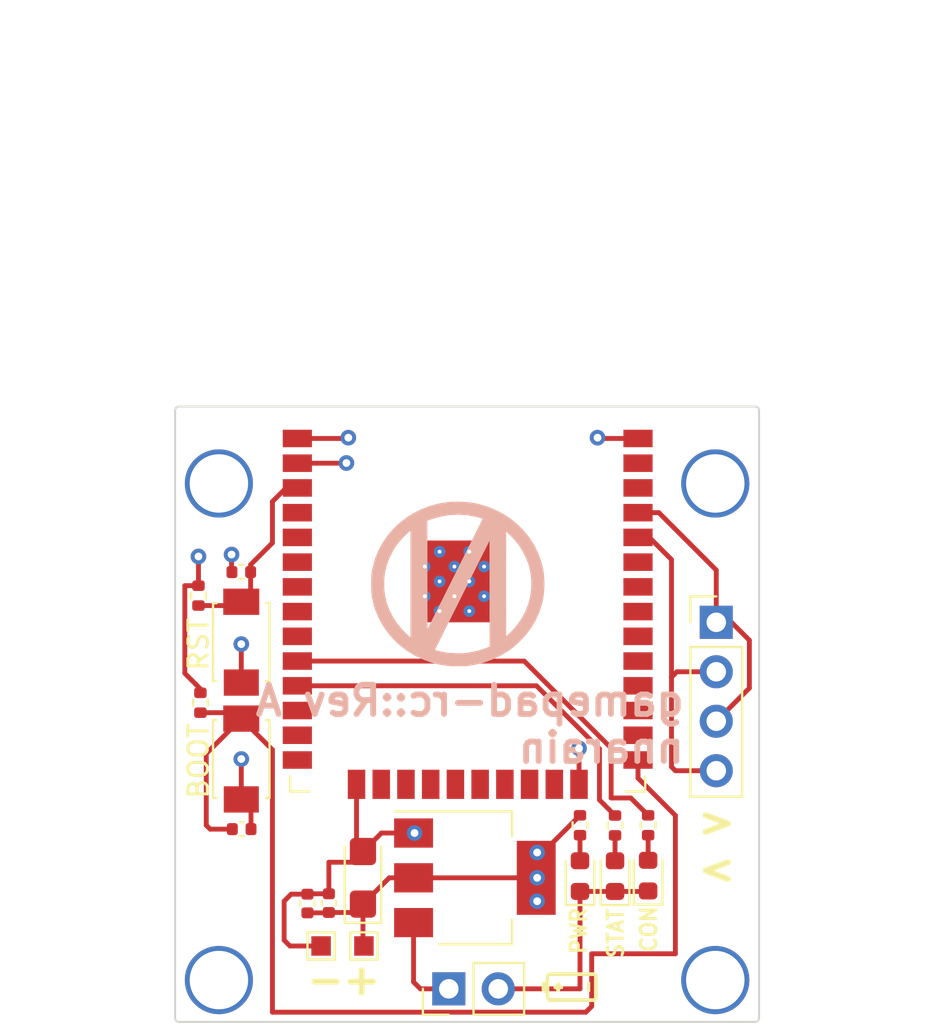
<source format=kicad_pcb>
(kicad_pcb (version 20240108) (generator "pcbnew") (generator_version "8.0")
  (layers (0 "F.Cu" signal) (1 "In1.Cu" power "PWR") (2 "In2.Cu" power "GND") (31 "B.Cu" signal) (34 "B.Paste" user) (35 "F.Paste" user) (36 "B.SilkS" user "B.Silkscreen") (37 "F.SilkS" user "F.Silkscreen") (38 "B.Mask" user) (39 "F.Mask" user) (44 "Edge.Cuts" user))
  (net 0 "")
  (net 1 "/enable")
  (net 2 "GND")
  (net 3 "/boot")
  (net 4 "+3V3")
  (net 5 "Net-(D1-A)")
  (net 6 "Net-(D2-A)")
  (net 7 "Net-(D3-A)")
  (net 8 "/uart_tx")
  (net 9 "/uart_rx")
  (net 10 "Net-(U2-IO26)")
  (net 11 "Net-(U2-IO25)")
  (net 12 "VCC")
  (footprint "Resistor_SMD:R_0402_1005Metric" (layer "F.Cu") (at 187.4 93.3 -90)
    (property "Reference" "R2" (hide yes))
    (property "Value" "1k" (hide yes))
    (fp_line (start -0.153641 0.38) (end 0.153641 0.38) (stroke (width 0.12)) (layer "F.SilkS"))
    (fp_line (start -0.153641 -0.38) (end 0.153641 -0.38) (stroke (width 0.12)) (layer "F.SilkS"))
    (pad "1" smd roundrect (at -0.51 0 270) (size 0.54 0.64) (layers "F.Cu" "F.Paste" "F.Mask") (net 4 "+3V3"))
    (pad "2" smd roundrect (at 0.51 0 270) (size 0.54 0.64) (layers "F.Cu" "F.Paste" "F.Mask") (net 5 "Net-(D1-A)"))
  )
  (footprint "Capacitor_Tantalum_SMD:CP_EIA-3216-18_Kemet-A" (layer "F.Cu") (at 176.25 96 90)
    (property "Reference" "C2" (hide yes))
    (property "Value" "22uF" (hide yes))
    (fp_line (start 1.6 -0.935) (end -2.31 -0.935) (stroke (width 0.12)) (layer "F.SilkS"))
    (fp_line (start -2.31 -0.935) (end -2.31 0.935) (stroke (width 0.12)) (layer "F.SilkS"))
    (fp_line (start -2.31 0.935) (end 1.6 0.935) (stroke (width 0.12)) (layer "F.SilkS"))
    (pad "1" smd roundrect (at -1.35 0 90) (size 1.4 1.35) (layers "F.Cu" "F.Paste" "F.Mask") (roundrect_rratio 0.185185) (net 4 "+3V3"))
    (pad "2" smd roundrect (at 1.35 0 90) (size 1.4 1.35) (layers "F.Cu" "F.Paste" "F.Mask") (roundrect_rratio 0.185185) (net 2 "GND"))
  )
  (footprint "symbols:logo-bsilk" (layer "F.Cu") (at 180.4 80.9)
    (property "Reference" "G***" (hide yes))
    (property "Value" "LOGO" (hide yes))
    (fp_poly (pts (xy 0.365713 -4.204825) (xy 0.223298 -4.19272) (xy -0.263599 -4.113048) (xy -0.728401 -3.98777) (xy -1.172125 -3.816516) (xy -1.595789 -3.598917) (xy -1.846674 -3.442018) (xy -2.227537 -3.157795) (xy -2.568833 -2.842611) (xy -2.869506 -2.498017) (xy -3.128504 -2.125566) (xy -3.344773 -1.72681) (xy -3.517261 -1.303299) (xy -3.644914 -0.856587) (xy -3.665509 -0.762) (xy -3.688166 -0.644534) (xy -3.704481 -0.537144) (xy -3.715428 -0.427318) (xy -3.72198 -0.302541) (xy -3.725113 -0.150299) (xy -3.725814 0.0127) (xy -3.720224 0.298785) (xy -3.701871 0.550181) (xy -3.668386 0.781925) (xy -3.617396 1.009054) (xy -3.546531 1.246605) (xy -3.517916 1.331185) (xy -3.346383 1.749807) (xy -3.132002 2.143974) (xy -2.877609 2.511448) (xy -2.586042 2.849987) (xy -2.260138 3.157351) (xy -1.902735 3.431299) (xy -1.516671 3.669591) (xy -1.104782 3.869987) (xy -0.669906 4.030246) (xy -0.21488 4.148127) (xy 0.121826 4.205264) (xy 0.25148 4.218189) (xy 0.414444 4.227975) (xy 0.596033 4.234364) (xy 0.781564 4.237098) (xy 0.956352 4.235918) (xy 1.105712 4.230565) (xy 1.188626 4.224052) (xy 1.61668 4.156198) (xy 2.044816 4.04702) (xy 2.462224 3.900347) (xy 2.858089 3.720008) (xy 3.2216 3.509832) (xy 3.240412 3.4975) (xy 3.389429 3.397609) (xy 3.508813 3.312819) (xy 3.612421 3.231983) (xy 3.617478 3.227605) (xy 2.357026 3.227605) (xy 2.244522 3.27583) (xy 2.028211 3.35691) (xy 1.77827 3.431134) (xy 1.511805 3.494187) (xy 1.245922 3.541756) (xy 1.128887 3.557208) (xy 0.990777 3.567025) (xy 0.818079 3.570152) (xy 0.626486 3.567129) (xy 0.431691 3.558497) (xy 0.24939 3.544798) (xy 0.095275 3.526572) (xy 0.056606 3.520253) (xy -0.054484 3.498989) (xy -0.170166 3.474373) (xy -0.278985 3.449149) (xy -0.369489 3.426062) (xy -0.430224 3.407856) (xy -0.449386 3.399017) (xy -0.439179 3.375734) (xy -0.407554 3.30979) (xy -0.355876 3.203927) (xy -0.285507 3.060892) (xy -0.197809 2.883427) (xy -0.130022 2.746659) (xy -1.706974 2.746659) (xy -1.778579 2.695671) (xy -1.822669 2.658518) (xy -1.892579 2.592984) (xy -1.979357 2.507722) (xy -2.074049 2.411383) (xy -2.092221 2.392516) (xy -2.369505 2.068596) (xy -2.602844 1.721134) (xy -2.791002 1.352518) (xy -2.932746 0.965132) (xy -3.020343 0.598383) (xy -3.044605 0.413435) (xy -3.058305 0.196562) (xy -3.061442 -0.034471) (xy -3.054018 -0.261899) (xy -3.036031 -0.467956) (xy -3.020343 -0.572984) (xy -2.922581 -0.971412) (xy -2.775516 -1.35908) (xy -2.578874 -1.736656) (xy -2.475079 -1.902025) (xy -2.404157 -2.000212) (xy -2.310256 -2.117386) (xy -2.201947 -2.244091) (xy -2.087807 -2.37087) (xy -1.976406 -2.488267) (xy -1.87632 -2.586825) (xy -1.796122 -2.657086) (xy -1.778579 -2.670272) (xy -1.706974 -2.72126) (xy -1.706974 2.746659) (xy -0.130022 2.746659) (xy -0.094147 2.674278) (xy 0.024118 2.436187) (xy 0.155622 2.1719) (xy 0.299001 1.884161) (xy 0.452894 1.575714) (xy 0.615937 1.249303) (xy 0.786767 0.907673) (xy 0.948679 0.5842) (xy 2.354225 -2.2225) (xy 2.355626 0.502552) (xy 2.357026 3.227605) (xy 3.617478 3.227605) (xy 3.714114 3.143952) (xy 3.827751 3.037578) (xy 3.903629 2.964027) (xy 4.225035 2.617465) (xy 4.499905 2.250778) (xy 4.728695 1.863135) (xy 4.911863 1.453708) (xy 5.049864 1.021667) (xy 5.1054 0.780485) (xy 5.139232 0.557279) (xy 5.159823 0.301082) (xy 5.167174 0.027946) (xy 5.164049 -0.117505) (xy 4.504423 -0.117505) (xy 4.495325 0.285302) (xy 4.438636 0.681967) (xy 4.335351 1.068878) (xy 4.186469 1.442424) (xy 3.992985 1.798994) (xy 3.755898 2.134975) (xy 3.476205 2.446757) (xy 3.432736 2.4892) (xy 3.207926 2.7051) (xy 3.201353 1.350605) (xy 3.200099 1.029783) (xy 3.199231 0.672561) (xy 3.198749 0.292361) (xy 3.198654 -0.097392) (xy 3.198944 -0.483276) (xy 3.19962 -0.851867) (xy 3.200683 -1.189741) (xy 3.201353 -1.341795) (xy 3.207926 -2.6797) (xy 3.432736 -2.4638) (xy 3.542646 -2.352729) (xy 3.658789 -2.226317) (xy 3.764581 -2.103013) (xy 3.820902 -2.032) (xy 3.928473 -1.874882) (xy 4.040455 -1.68538) (xy 4.149365 -1.478393) (xy 4.247721 -1.268818) (xy 4.328039 -1.071553) (xy 4.375856 -0.9271) (xy 4.464932 -0.522843) (xy 4.504423 -0.117505) (xy 5.164049 -0.117505) (xy 5.161285 -0.246076) (xy 5.142155 -0.504931) (xy 5.109785 -0.732566) (xy 5.1054 -0.755086) (xy 4.99191 -1.194251) (xy 4.83325 -1.613525) (xy 4.631948 -2.010491) (xy 4.390532 -2.382738) (xy 4.111529 -2.727851) (xy 3.797469 -3.043417) (xy 3.450879 -3.327022) (xy 3.435277 -3.337348) (xy 2.001426 -3.337348) (xy 1.990334 -3.313605) (xy 1.958165 -3.247846) (xy 1.90658 -3.143394) (xy 1.837241 -3.003571) (xy 1.751811 -2.831698) (xy 1.651951 -2.631098) (xy 1.539322 -2.405092) (xy 1.415587 -2.157003) (xy 1.282408 -1.890152) (xy 1.141445 -1.607862) (xy 0.994361 -1.313454) (xy 0.842818 -1.010251) (xy 0.688477 -0.701574) (xy 0.533 -0.390745) (xy 0.378049 -0.081087) (xy 0.225285 0.224079) (xy 0.076371 0.521431) (xy -0.067032 0.807646) (xy -0.203262 1.079403) (xy -0.330657 1.33338) (xy -0.447556 1.566255) (xy -0.552297 1.774705) (xy -0.643218 1.95541) (xy -0.718657 2.105046) (xy -0.776953 2.220292) (xy -0.816443 2.297826) (xy -0.835466 2.334326) (xy -0.83697 2.3368) (xy -0.837824 2.31194) (xy -0.838644 2.239525) (xy -0.839423 2.122798) (xy -0.840154 1.965003) (xy -0.840829 1.769385) (xy -0.841441 1.539188) (xy -0.841983 1.277655) (xy -0.842446 0.988031) (xy -0.842824 0.673559) (xy -0.84311 0.337485) (xy -0.843294 -0.016948) (xy -0.843372 -0.386496) (xy -0.843374 -0.454116) (xy -0.843374 -3.245031) (xy -0.570324 -3.335189) (xy -0.126326 -3.457138) (xy 0.315253 -3.52855) (xy 0.756545 -3.549486) (xy 1.199678 -3.520006) (xy 1.646781 -3.440169) (xy 1.798862 -3.401893) (xy 1.891709 -3.375733) (xy 1.962159 -3.353777) (xy 1.998741 -3.339678) (xy 2.001426 -3.337348) (xy 3.435277 -3.337348) (xy 3.074287 -3.576253) (xy 2.670221 -3.788695) (xy 2.241209 -3.961936) (xy 1.789779 -4.093562) (xy 1.556926 -4.142926) (xy 1.346596 -4.173986) (xy 1.105209 -4.196344) (xy 0.849865 -4.209363) (xy 0.597666 -4.212403) (xy 0.365713 -4.204825)) (stroke (width 0.01)) (fill solid) (layer "B.SilkS"))
  )
  (footprint "Capacitor_SMD:C_0402_1005Metric" (layer "F.Cu") (at 174.5 97.3 90)
    (property "Reference" "C4" (hide yes))
    (property "Value" "10uF" (hide yes))
    (fp_line (start -0.107836 -0.36) (end 0.107836 -0.36) (stroke (width 0.12)) (layer "F.SilkS"))
    (fp_line (start -0.107836 0.36) (end 0.107836 0.36) (stroke (width 0.12)) (layer "F.SilkS"))
    (pad "1" smd roundrect (at -0.48 0 90) (size 0.56 0.62) (layers "F.Cu" "F.Paste" "F.Mask") (net 4 "+3V3"))
    (pad "2" smd roundrect (at 0.48 0 90) (size 0.56 0.62) (layers "F.Cu" "F.Paste" "F.Mask") (net 2 "GND"))
  )
  (footprint "tactile_switches:TS-1088-AR02016" (layer "F.Cu") (at 170 89.9 90)
    (property "Reference" "SW2" (hide yes))
    (property "Value" "BOOT" (at -0.1 -2.2 90) (layer "F.SilkS"))
    (fp_line (start 2 -1.45) (end -2 -1.45) (stroke (width 0.12)) (layer "F.SilkS"))
    (fp_line (start 2 -1.45) (end 2 -1.27) (stroke (width 0.12)) (layer "F.SilkS"))
    (fp_line (start -2 -1.45) (end -2 -1.27) (stroke (width 0.12)) (layer "F.SilkS"))
    (fp_line (start 2 1.45) (end 2 1.27) (stroke (width 0.12)) (layer "F.SilkS"))
    (fp_line (start -2 1.45) (end -2 1.27) (stroke (width 0.12)) (layer "F.SilkS"))
    (fp_line (start -2 1.45) (end 2 1.45) (stroke (width 0.12)) (layer "F.SilkS"))
    (pad "1" smd rect (at -2.075 0 90) (size 1.35 1.8) (layers "F.Cu" "F.Paste" "F.Mask") (net 2 "GND"))
    (pad "2" smd rect (at 2.075 0 90) (size 1.35 1.85) (layers "F.Cu" "F.Paste" "F.Mask") (net 3 "/boot"))
  )
  (footprint "Connector_PinHeader_2.54mm:PinHeader_1x04_P2.54mm_Vertical" (layer "F.Cu") (at 194.4 82.88)
    (property "Reference" "J1" (hide yes))
    (property "Value" "UART" (hide yes))
    (fp_line (start -1.33 -1.33) (end 0 -1.33) (stroke (width 0.12)) (layer "F.SilkS"))
    (fp_line (start -1.33 0) (end -1.33 -1.33) (stroke (width 0.12)) (layer "F.SilkS"))
    (fp_line (start -1.33 1.27) (end -1.33 8.95) (stroke (width 0.12)) (layer "F.SilkS"))
    (fp_line (start -1.33 1.27) (end 1.33 1.27) (stroke (width 0.12)) (layer "F.SilkS"))
    (fp_line (start -1.33 8.95) (end 1.33 8.95) (stroke (width 0.12)) (layer "F.SilkS"))
    (fp_line (start 1.33 1.27) (end 1.33 8.95) (stroke (width 0.12)) (layer "F.SilkS"))
    (pad "1" thru_hole rect (at 0 0) (size 1.7 1.7) (drill 1) (layers "*.Cu" "*.Mask") (net 8 "/uart_tx"))
    (pad "2" thru_hole oval (at 0 2.54) (size 1.7 1.7) (drill 1) (layers "*.Cu" "*.Mask") (net 9 "/uart_rx"))
    (pad "3" thru_hole oval (at 0 5.08) (size 1.7 1.7) (drill 1) (layers "*.Cu" "*.Mask") (net 8 "/uart_tx"))
    (pad "4" thru_hole oval (at 0 7.62) (size 1.7 1.7) (drill 1) (layers "*.Cu" "*.Mask") (net 9 "/uart_rx"))
  )
  (footprint "Capacitor_SMD:C_0402_1005Metric" (layer "F.Cu") (at 170.02 93.5)
    (property "Reference" "C3" (hide yes))
    (property "Value" "100nF" (hide yes))
    (fp_line (start -0.107836 -0.36) (end 0.107836 -0.36) (stroke (width 0.12)) (layer "F.SilkS"))
    (fp_line (start -0.107836 0.36) (end 0.107836 0.36) (stroke (width 0.12)) (layer "F.SilkS"))
    (pad "1" smd roundrect (at -0.48 0) (size 0.56 0.62) (layers "F.Cu" "F.Paste" "F.Mask") (net 3 "/boot"))
    (pad "2" smd roundrect (at 0.48 0) (size 0.56 0.62) (layers "F.Cu" "F.Paste" "F.Mask") (net 2 "GND"))
  )
  (footprint "Capacitor_SMD:C_0402_1005Metric" (layer "F.Cu") (at 173.4 97.32 90)
    (property "Reference" "C5" (hide yes))
    (property "Value" "100nF" (hide yes))
    (fp_line (start -0.107836 -0.36) (end 0.107836 -0.36) (stroke (width 0.12)) (layer "F.SilkS"))
    (fp_line (start -0.107836 0.36) (end 0.107836 0.36) (stroke (width 0.12)) (layer "F.SilkS"))
    (pad "1" smd roundrect (at -0.48 0 90) (size 0.56 0.62) (layers "F.Cu" "F.Paste" "F.Mask") (net 4 "+3V3"))
    (pad "2" smd roundrect (at 0.48 0 90) (size 0.56 0.62) (layers "F.Cu" "F.Paste" "F.Mask") (net 2 "GND"))
  )
  (footprint "LED_SMD:LED_0603_1608Metric" (layer "F.Cu") (at 187.4 95.9125 90)
    (property "Reference" "D1" (hide yes))
    (property "Value" "PWR" (hide yes))
    (fp_line (start 0.8 -0.735) (end -1.485 -0.735) (stroke (width 0.12)) (layer "F.SilkS"))
    (fp_line (start -1.485 -0.735) (end -1.485 0.735) (stroke (width 0.12)) (layer "F.SilkS"))
    (fp_line (start -1.485 0.735) (end 0.8 0.735) (stroke (width 0.12)) (layer "F.SilkS"))
    (pad "1" smd roundrect (at -0.7875 0 90) (size 0.875 0.95) (layers "F.Cu" "F.Paste" "F.Mask") (net 2 "GND"))
    (pad "2" smd roundrect (at 0.7875 0 90) (size 0.875 0.95) (layers "F.Cu" "F.Paste" "F.Mask") (net 5 "Net-(D1-A)"))
  )
  (footprint "RF_Module:ESP32-WROOM-32" (layer "F.Cu") (at 181.63 81.69)
    (property "Reference" "U2" (hide yes))
    (property "Value" "ESP32-WROOM-32")
    (fp_line (start -9.12 9.1) (end -9.12 9.88) (stroke (width 0.12)) (layer "F.SilkS"))
    (fp_line (start -9.12 9.88) (end -8.12 9.88) (stroke (width 0.12)) (layer "F.SilkS"))
    (fp_line (start 9.12 9.1) (end 9.12 9.88) (stroke (width 0.12)) (layer "F.SilkS"))
    (fp_line (start 9.12 9.88) (end 8.12 9.88) (stroke (width 0.12)) (layer "F.SilkS"))
    (pad "1" smd rect (at -8.75 -8.25) (size 1.5 0.9) (layers "F.Cu" "F.Paste" "F.Mask") (net 2 "GND"))
    (pad "2" smd rect (at -8.75 -6.98) (size 1.5 0.9) (layers "F.Cu" "F.Paste" "F.Mask") (net 4 "+3V3"))
    (pad "3" smd rect (at -8.75 -5.71) (size 1.5 0.9) (layers "F.Cu" "F.Paste" "F.Mask") (net 1 "/enable"))
    (pad "4" smd rect (at -8.75 -4.44) (size 1.5 0.9) (layers "F.Cu" "F.Paste" "F.Mask"))
    (pad "5" smd rect (at -8.75 -3.17) (size 1.5 0.9) (layers "F.Cu" "F.Paste" "F.Mask"))
    (pad "6" smd rect (at -8.75 -1.9) (size 1.5 0.9) (layers "F.Cu" "F.Paste" "F.Mask"))
    (pad "7" smd rect (at -8.75 -0.63) (size 1.5 0.9) (layers "F.Cu" "F.Paste" "F.Mask"))
    (pad "8" smd rect (at -8.75 0.64) (size 1.5 0.9) (layers "F.Cu" "F.Paste" "F.Mask"))
    (pad "9" smd rect (at -8.75 1.91) (size 1.5 0.9) (layers "F.Cu" "F.Paste" "F.Mask"))
    (pad "10" smd rect (at -8.75 3.18) (size 1.5 0.9) (layers "F.Cu" "F.Paste" "F.Mask") (net 11 "Net-(U2-IO25)"))
    (pad "11" smd rect (at -8.75 4.45) (size 1.5 0.9) (layers "F.Cu" "F.Paste" "F.Mask") (net 10 "Net-(U2-IO26)"))
    (pad "12" smd rect (at -8.75 5.72) (size 1.5 0.9) (layers "F.Cu" "F.Paste" "F.Mask"))
    (pad "13" smd rect (at -8.75 6.99) (size 1.5 0.9) (layers "F.Cu" "F.Paste" "F.Mask"))
    (pad "14" smd rect (at -8.75 8.26) (size 1.5 0.9) (layers "F.Cu" "F.Paste" "F.Mask"))
    (pad "15" smd rect (at -5.71 9.51 90) (size 1.5 0.9) (layers "F.Cu" "F.Paste" "F.Mask") (net 2 "GND"))
    (pad "16" smd rect (at -4.44 9.51 90) (size 1.5 0.9) (layers "F.Cu" "F.Paste" "F.Mask"))
    (pad "17" smd rect (at -3.17 9.51 90) (size 1.5 0.9) (layers "F.Cu" "F.Paste" "F.Mask"))
    (pad "18" smd rect (at -1.9 9.51 90) (size 1.5 0.9) (layers "F.Cu" "F.Paste" "F.Mask"))
    (pad "19" smd rect (at -0.63 9.51 90) (size 1.5 0.9) (layers "F.Cu" "F.Paste" "F.Mask"))
    (pad "20" smd rect (at 0.64 9.51 90) (size 1.5 0.9) (layers "F.Cu" "F.Paste" "F.Mask"))
    (pad "21" smd rect (at 1.91 9.51 90) (size 1.5 0.9) (layers "F.Cu" "F.Paste" "F.Mask"))
    (pad "22" smd rect (at 3.18 9.51 90) (size 1.5 0.9) (layers "F.Cu" "F.Paste" "F.Mask"))
    (pad "23" smd rect (at 4.45 9.51 90) (size 1.5 0.9) (layers "F.Cu" "F.Paste" "F.Mask"))
    (pad "24" smd rect (at 5.72 9.51 90) (size 1.5 0.9) (layers "F.Cu" "F.Paste" "F.Mask") (net 2 "GND"))
    (pad "25" smd rect (at 8.75 8.26) (size 1.5 0.9) (layers "F.Cu" "F.Paste" "F.Mask") (net 3 "/boot"))
    (pad "26" smd rect (at 8.75 6.99) (size 1.5 0.9) (layers "F.Cu" "F.Paste" "F.Mask"))
    (pad "27" smd rect (at 8.75 5.72) (size 1.5 0.9) (layers "F.Cu" "F.Paste" "F.Mask"))
    (pad "28" smd rect (at 8.75 4.45) (size 1.5 0.9) (layers "F.Cu" "F.Paste" "F.Mask"))
    (pad "29" smd rect (at 8.75 3.18) (size 1.5 0.9) (layers "F.Cu" "F.Paste" "F.Mask"))
    (pad "30" smd rect (at 8.75 1.91) (size 1.5 0.9) (layers "F.Cu" "F.Paste" "F.Mask"))
    (pad "31" smd rect (at 8.75 0.64) (size 1.5 0.9) (layers "F.Cu" "F.Paste" "F.Mask"))
    (pad "32" smd rect (at 8.75 -0.63) (size 1.5 0.9) (layers "F.Cu" "F.Paste" "F.Mask"))
    (pad "33" smd rect (at 8.75 -1.9) (size 1.5 0.9) (layers "F.Cu" "F.Paste" "F.Mask"))
    (pad "34" smd rect (at 8.75 -3.17) (size 1.5 0.9) (layers "F.Cu" "F.Paste" "F.Mask") (net 9 "/uart_rx"))
    (pad "35" smd rect (at 8.75 -4.44) (size 1.5 0.9) (layers "F.Cu" "F.Paste" "F.Mask") (net 8 "/uart_tx"))
    (pad "36" smd rect (at 8.75 -5.71) (size 1.5 0.9) (layers "F.Cu" "F.Paste" "F.Mask"))
    (pad "37" smd rect (at 8.75 -6.98) (size 1.5 0.9) (layers "F.Cu" "F.Paste" "F.Mask"))
    (pad "38" smd rect (at 8.75 -8.25) (size 1.5 0.9) (layers "F.Cu" "F.Paste" "F.Mask") (net 2 "GND"))
    (pad "39" smd rect (at -2.205 -2.435) (size 1.05 1.05) (layers "F.Cu" "F.Paste") (net 2 "GND"))
    (pad "39" thru_hole circle (at -2.205 -1.6725) (size 0.6 0.6) (drill 0.2) (property pad_prop_heatsink) (layers "*.Cu" "F.Mask") (net 2 "GND"))
    (pad "39" smd rect (at -2.205 -0.91) (size 1.05 1.05) (layers "F.Cu" "F.Paste") (net 2 "GND"))
    (pad "39" thru_hole circle (at -2.205 -0.1475) (size 0.6 0.6) (drill 0.2) (property pad_prop_heatsink) (layers "*.Cu" "F.Mask") (net 2 "GND"))
    (pad "39" smd rect (at -2.205 0.615) (size 1.05 1.05) (layers "F.Cu" "F.Paste") (net 2 "GND"))
    (pad "39" thru_hole circle (at -1.4425 -2.435) (size 0.6 0.6) (drill 0.2) (property pad_prop_heatsink) (layers "*.Cu" "F.Mask") (net 2 "GND"))
    (pad "39" thru_hole circle (at -1.4425 -0.91) (size 0.6 0.6) (drill 0.2) (property pad_prop_heatsink) (layers "*.Cu" "F.Mask") (net 2 "GND"))
    (pad "39" thru_hole circle (at -1.4425 0.615) (size 0.6 0.6) (drill 0.2) (property pad_prop_heatsink) (layers "*.Cu" "F.Mask") (net 2 "GND"))
    (pad "39" smd rect (at -0.68 -2.435) (size 1.05 1.05) (layers "F.Cu" "F.Paste") (net 2 "GND"))
    (pad "39" thru_hole circle (at -0.68 -1.6725) (size 0.6 0.6) (drill 0.2) (property pad_prop_heatsink) (layers "*.Cu" "F.Mask") (net 2 "GND"))
    (pad "39" smd rect (at -0.68 -0.91) (size 1.05 1.05) (layers "F.Cu" "F.Paste") (net 2 "GND"))
    (pad "39" smd rect (at -0.68 -0.91) (size 4.2 4.2) (layers "F.Cu" "F.Mask") (net 2 "GND"))
    (pad "39" thru_hole circle (at -0.68 -0.1475) (size 0.6 0.6) (drill 0.2) (property pad_prop_heatsink) (layers "*.Cu" "F.Mask") (net 2 "GND"))
    (pad "39" smd rect (at -0.68 0.615) (size 1.05 1.05) (layers "F.Cu" "F.Paste") (net 2 "GND"))
    (pad "39" thru_hole circle (at 0.0825 -2.435) (size 0.6 0.6) (drill 0.2) (property pad_prop_heatsink) (layers "*.Cu" "F.Mask") (net 2 "GND"))
    (pad "39" thru_hole circle (at 0.0825 -0.91) (size 0.6 0.6) (drill 0.2) (property pad_prop_heatsink) (layers "*.Cu" "F.Mask") (net 2 "GND"))
    (pad "39" thru_hole circle (at 0.0825 0.615) (size 0.6 0.6) (drill 0.2) (property pad_prop_heatsink) (layers "*.Cu" "F.Mask") (net 2 "GND"))
    (pad "39" smd rect (at 0.845 -2.435) (size 1.05 1.05) (layers "F.Cu" "F.Paste") (net 2 "GND"))
    (pad "39" thru_hole circle (at 0.845 -1.6725) (size 0.6 0.6) (drill 0.2) (property pad_prop_heatsink) (layers "*.Cu" "F.Mask") (net 2 "GND"))
    (pad "39" smd rect (at 0.845 -0.91) (size 1.05 1.05) (layers "F.Cu" "F.Paste") (net 2 "GND"))
    (pad "39" thru_hole circle (at 0.845 -0.1475) (size 0.6 0.6) (drill 0.2) (property pad_prop_heatsink) (layers "*.Cu" "F.Mask") (net 2 "GND"))
    (pad "39" smd rect (at 0.845 0.615) (size 1.05 1.05) (layers "F.Cu" "F.Paste") (net 2 "GND"))
  )
  (footprint "TestPoint:TestPoint_Pad_1.0x1.0mm" (layer "F.Cu") (at 176.3 99.5)
    (property "Reference" "TP1" (hide yes))
    (property "Value" "TestPoint" (hide yes))
    (fp_line (start -0.7 -0.7) (end 0.7 -0.7) (stroke (width 0.12)) (layer "F.SilkS"))
    (fp_line (start -0.7 0.7) (end -0.7 -0.7) (stroke (width 0.12)) (layer "F.SilkS"))
    (fp_line (start 0.7 -0.7) (end 0.7 0.7) (stroke (width 0.12)) (layer "F.SilkS"))
    (fp_line (start 0.7 0.7) (end -0.7 0.7) (stroke (width 0.12)) (layer "F.SilkS"))
    (pad "1" smd rect (at 0 0) (size 1 1) (layers "F.Cu" "F.Mask") (net 4 "+3V3"))
  )
  (footprint "symbols:battery2_3" (layer "F.Cu") (at 186.9 101.6 90)
    (property "Reference" "G***" (hide yes))
    (property "Value" "LOGO" (hide yes))
    (fp_poly (pts (xy 0.25011 1.028228) (xy -0.250109 1.028228) (xy -0.250109 0.861488) (xy 0.25011 0.861488)) (fill solid) (layer "F.SilkS"))
    (fp_poly (pts (xy 0.051979 -0.856199) (xy 0.078927 -0.832808) (xy 0.08337 -0.793859) (xy 0.096149 -0.741556) (xy 0.14478 -0.719526) (xy 0.159792 -0.717436) (xy 0.214767 -0.701862) (xy 0.234557 -0.660307) (xy 0.236215 -0.625273) (xy 0.227649 -0.564211) (xy 0.191698 -0.538484) (xy 0.161476 -0.533273) (xy 0.102438 -0.512472) (xy 0.079107 -0.457634) (xy 0.078106 -0.449903) (xy 0.056723 -0.390269) (xy 0.001779 -0.367286) (xy -0.00104 -0.366941) (xy -0.061743 -0.367682) (xy -0.091357 -0.37852) (xy -0.10701 -0.419414) (xy -0.11116 -0.463165) (xy -0.123848 -0.51287) (xy -0.171947 -0.527873) (xy -0.180634 -0.528008) (xy -0.227617 -0.535275) (xy -0.246851 -0.567977) (xy -0.250109 -0.625273) (xy -0.244919 -0.691049) (xy -0.22156 -0.717977) (xy -0.180634 -0.722538) (xy -0.12775 -0.734016) (xy -0.111453 -0.77921) (xy -0.11116 -0.792013) (xy -0.103893 -0.838996) (xy -0.071191 -0.85823) (xy -0.013895 -0.861488)) (fill solid) (layer "F.SilkS"))
    (fp_poly (pts (xy 0.117715 -1.468875) (xy 0.203383 -1.453404) (xy 0.252396 -1.421203) (xy 0.27404 -1.367025) (xy 0.277899 -1.307954) (xy 0.283146 -1.276799) (xy 0.307161 -1.259507) (xy 0.362356 -1.252086) (xy 0.456517 -1.250547) (xy 0.557169 -1.248069) (xy 0.619727 -1.23704) (xy 0.661587 -1.212067) (xy 0.692731 -1.177324) (xy 0.706672 -1.158094) (xy 0.718161 -1.135696) (xy 0.727435 -1.104924) (xy 0.734731 -1.060569) (xy 0.740286 -0.997427) (xy 0.744338 -0.910291) (xy 0.747122 -0.793953) (xy 0.748877 -0.643207) (xy 0.749838 -0.452847) (xy 0.750243 -0.217666) (xy 0.750328 0.067542) (xy 0.750328 1.280864) (xy 0.613905 1.417287) (xy -0.641695 1.417287) (xy -0.709906 1.349075) (xy -0.778118 1.280864) (xy -0.778118 1.222757) (xy -0.584205 1.222757) (xy 0.555799 1.222757) (xy 0.555799 -1.084958) (xy -0.006947 -1.077435) (xy -0.569694 -1.069912) (xy -0.576949 0.076423) (xy -0.584205 1.222757) (xy -0.778118 1.222757) (xy -0.778118 -1.114123) (xy -0.709906 -1.182335) (xy -0.660643 -1.222168) (xy -0.602336 -1.24288) (xy -0.515366 -1.250137) (xy -0.473692 -1.250547) (xy -0.380305 -1.252454) (xy -0.329695 -1.261081) (xy -0.30911 -1.280785) (xy -0.305689 -1.307954) (xy -0.298628 -1.382335) (xy -0.271253 -1.430752) (xy -0.214278 -1.458452) (xy -0.118415 -1.470685) (xy -0.013895 -1.472866)) (fill solid) (layer "F.SilkS"))
  )
  (footprint "TestPoint:TestPoint_Pad_1.0x1.0mm" (layer "F.Cu") (at 174.1 99.5)
    (property "Reference" "TP2" (hide yes))
    (property "Value" "TestPoint" (hide yes))
    (fp_line (start -0.7 -0.7) (end 0.7 -0.7) (stroke (width 0.12)) (layer "F.SilkS"))
    (fp_line (start -0.7 0.7) (end -0.7 -0.7) (stroke (width 0.12)) (layer "F.SilkS"))
    (fp_line (start 0.7 -0.7) (end 0.7 0.7) (stroke (width 0.12)) (layer "F.SilkS"))
    (fp_line (start 0.7 0.7) (end -0.7 0.7) (stroke (width 0.12)) (layer "F.SilkS"))
    (pad "1" smd rect (at 0 0) (size 1 1) (layers "F.Cu" "F.Mask") (net 2 "GND"))
  )
  (footprint "drone:mounting_holes_25.5mm" (layer "F.Cu") (at 181.6 88.5)
    (property "Reference" "REF**" (hide yes))
    (property "Value" "mounting_holes_25.5mm" (hide yes))
    (pad "" np_thru_hole circle (at -12.75 -12.75) (size 3.5 3.5) (drill 3) (layers "*.Cu" "*.Mask"))
    (pad "" np_thru_hole circle (at -12.75 12.75) (size 3.5 3.5) (drill 3) (layers "*.Cu" "*.Mask"))
    (pad "" np_thru_hole circle (at 12.75 -12.75) (size 3.5 3.5) (drill 3) (layers "*.Cu" "*.Mask"))
    (pad "" np_thru_hole circle (at 12.75 12.75) (size 3.5 3.5) (drill 3) (layers "*.Cu" "*.Mask"))
  )
  (footprint "LED_SMD:LED_0603_1608Metric" (layer "F.Cu") (at 190.9 95.8875 90)
    (property "Reference" "D3" (hide yes))
    (property "Value" "CON" (hide yes))
    (fp_line (start 0.8 -0.735) (end -1.485 -0.735) (stroke (width 0.12)) (layer "F.SilkS"))
    (fp_line (start -1.485 -0.735) (end -1.485 0.735) (stroke (width 0.12)) (layer "F.SilkS"))
    (fp_line (start -1.485 0.735) (end 0.8 0.735) (stroke (width 0.12)) (layer "F.SilkS"))
    (pad "1" smd roundrect (at -0.7875 0 90) (size 0.875 0.95) (layers "F.Cu" "F.Paste" "F.Mask") (net 2 "GND"))
    (pad "2" smd roundrect (at 0.7875 0 90) (size 0.875 0.95) (layers "F.Cu" "F.Paste" "F.Mask") (net 7 "Net-(D3-A)"))
  )
  (footprint "Package_TO_SOT_SMD:SOT-223-3_TabPin2" (layer "F.Cu") (at 182 96)
    (property "Reference" "U1" (hide yes))
    (property "Value" "AMS1117-3.3" (hide yes))
    (fp_line (start -4.1 -3.41) (end 1.91 -3.41) (stroke (width 0.12)) (layer "F.SilkS"))
    (fp_line (start -1.85 3.41) (end 1.91 3.41) (stroke (width 0.12)) (layer "F.SilkS"))
    (fp_line (start 1.91 -3.41) (end 1.91 -2.15) (stroke (width 0.12)) (layer "F.SilkS"))
    (fp_line (start 1.91 3.41) (end 1.91 2.15) (stroke (width 0.12)) (layer "F.SilkS"))
    (pad "1" smd rect (at -3.15 -2.3) (size 2 1.5) (layers "F.Cu" "F.Paste" "F.Mask") (net 2 "GND"))
    (pad "2" smd rect (at -3.15 0) (size 2 1.5) (layers "F.Cu" "F.Paste" "F.Mask") (net 4 "+3V3"))
    (pad "2" smd rect (at 3.15 0) (size 2 3.8) (layers "F.Cu" "F.Paste" "F.Mask") (net 4 "+3V3"))
    (pad "3" smd rect (at -3.15 2.3) (size 2 1.5) (layers "F.Cu" "F.Paste" "F.Mask") (net 12 "VCC"))
  )
  (footprint "Resistor_SMD:R_0402_1005Metric" (layer "F.Cu") (at 167.9 87.01 -90)
    (property "Reference" "R3" (hide yes))
    (property "Value" "10k" (hide yes))
    (fp_line (start -0.153641 0.38) (end 0.153641 0.38) (stroke (width 0.12)) (layer "F.SilkS"))
    (fp_line (start -0.153641 -0.38) (end 0.153641 -0.38) (stroke (width 0.12)) (layer "F.SilkS"))
    (pad "1" smd roundrect (at -0.51 0 270) (size 0.54 0.64) (layers "F.Cu" "F.Paste" "F.Mask") (net 4 "+3V3"))
    (pad "2" smd roundrect (at 0.51 0 270) (size 0.54 0.64) (layers "F.Cu" "F.Paste" "F.Mask") (net 3 "/boot"))
  )
  (footprint "Resistor_SMD:R_0402_1005Metric" (layer "F.Cu") (at 189.2 93.31 -90)
    (property "Reference" "R4" (hide yes))
    (property "Value" "1k" (hide yes))
    (fp_line (start -0.153641 0.38) (end 0.153641 0.38) (stroke (width 0.12)) (layer "F.SilkS"))
    (fp_line (start -0.153641 -0.38) (end 0.153641 -0.38) (stroke (width 0.12)) (layer "F.SilkS"))
    (pad "1" smd roundrect (at -0.51 0 270) (size 0.54 0.64) (layers "F.Cu" "F.Paste" "F.Mask") (net 10 "Net-(U2-IO26)"))
    (pad "2" smd roundrect (at 0.51 0 270) (size 0.54 0.64) (layers "F.Cu" "F.Paste" "F.Mask") (net 6 "Net-(D2-A)"))
  )
  (footprint "Resistor_SMD:R_0402_1005Metric" (layer "F.Cu") (at 190.9 93.3 -90)
    (property "Reference" "R5" (hide yes))
    (property "Value" "1k" (hide yes))
    (fp_line (start -0.153641 0.38) (end 0.153641 0.38) (stroke (width 0.12)) (layer "F.SilkS"))
    (fp_line (start -0.153641 -0.38) (end 0.153641 -0.38) (stroke (width 0.12)) (layer "F.SilkS"))
    (pad "1" smd roundrect (at -0.51 0 270) (size 0.54 0.64) (layers "F.Cu" "F.Paste" "F.Mask") (net 11 "Net-(U2-IO25)"))
    (pad "2" smd roundrect (at 0.51 0 270) (size 0.54 0.64) (layers "F.Cu" "F.Paste" "F.Mask") (net 7 "Net-(D3-A)"))
  )
  (footprint "Resistor_SMD:R_0402_1005Metric" (layer "F.Cu") (at 167.8 81.51 -90)
    (property "Reference" "R1" (hide yes))
    (property "Value" "10k" (hide yes))
    (fp_line (start -0.153641 0.38) (end 0.153641 0.38) (stroke (width 0.12)) (layer "F.SilkS"))
    (fp_line (start -0.153641 -0.38) (end 0.153641 -0.38) (stroke (width 0.12)) (layer "F.SilkS"))
    (pad "1" smd roundrect (at -0.51 0 270) (size 0.54 0.64) (layers "F.Cu" "F.Paste" "F.Mask") (net 4 "+3V3"))
    (pad "2" smd roundrect (at 0.51 0 270) (size 0.54 0.64) (layers "F.Cu" "F.Paste" "F.Mask") (net 1 "/enable"))
  )
  (footprint "Connector_PinHeader_2.54mm:PinHeader_1x02_P2.54mm_Vertical" (layer "F.Cu") (at 180.66 101.7 90)
    (property "Reference" "J2" (hide yes))
    (property "Value" "VIN" (hide yes))
    (fp_line (start -1.33 -1.33) (end 0 -1.33) (stroke (width 0.12)) (layer "F.SilkS"))
    (fp_line (start -1.33 0) (end -1.33 -1.33) (stroke (width 0.12)) (layer "F.SilkS"))
    (fp_line (start 1.33 1.27) (end 1.33 3.87) (stroke (width 0.12)) (layer "F.SilkS"))
    (fp_line (start -1.33 1.27) (end 1.33 1.27) (stroke (width 0.12)) (layer "F.SilkS"))
    (fp_line (start -1.33 1.27) (end -1.33 3.87) (stroke (width 0.12)) (layer "F.SilkS"))
    (fp_line (start -1.33 3.87) (end 1.33 3.87) (stroke (width 0.12)) (layer "F.SilkS"))
    (pad "1" thru_hole rect (at 0 0 90) (size 1.7 1.7) (drill 1) (layers "*.Cu" "*.Mask") (net 12 "VCC"))
    (pad "2" thru_hole oval (at 0 2.54 90) (size 1.7 1.7) (drill 1) (layers "*.Cu" "*.Mask") (net 2 "GND"))
  )
  (footprint "LED_SMD:LED_0603_1608Metric" (layer "F.Cu") (at 189.2 95.9125 90)
    (property "Reference" "D2" (hide yes))
    (property "Value" "STAT" (hide yes))
    (fp_line (start 0.8 -0.735) (end -1.485 -0.735) (stroke (width 0.12)) (layer "F.SilkS"))
    (fp_line (start -1.485 -0.735) (end -1.485 0.735) (stroke (width 0.12)) (layer "F.SilkS"))
    (fp_line (start -1.485 0.735) (end 0.8 0.735) (stroke (width 0.12)) (layer "F.SilkS"))
    (pad "1" smd roundrect (at -0.7875 0 90) (size 0.875 0.95) (layers "F.Cu" "F.Paste" "F.Mask") (net 2 "GND"))
    (pad "2" smd roundrect (at 0.7875 0 90) (size 0.875 0.95) (layers "F.Cu" "F.Paste" "F.Mask") (net 6 "Net-(D2-A)"))
  )
  (footprint "Capacitor_SMD:C_0402_1005Metric" (layer "F.Cu") (at 170 80.3 180)
    (property "Reference" "C1" (hide yes))
    (property "Value" "100nF" (hide yes))
    (fp_line (start -0.107836 0.36) (end 0.107836 0.36) (stroke (width 0.12)) (layer "F.SilkS"))
    (fp_line (start -0.107836 -0.36) (end 0.107836 -0.36) (stroke (width 0.12)) (layer "F.SilkS"))
    (pad "1" smd roundrect (at -0.48 0 180) (size 0.56 0.62) (layers "F.Cu" "F.Paste" "F.Mask") (net 1 "/enable"))
    (pad "2" smd roundrect (at 0.48 0 180) (size 0.56 0.62) (layers "F.Cu" "F.Paste" "F.Mask") (net 2 "GND"))
  )
  (footprint "tactile_switches:TS-1088-AR02016" (layer "F.Cu") (at 170 83.9 90)
    (property "Reference" "SW1" (hide yes))
    (property "Value" "RST" (at -0.1 -2.2 90) (layer "F.SilkS"))
    (fp_line (start 2 -1.45) (end -2 -1.45) (stroke (width 0.12)) (layer "F.SilkS"))
    (fp_line (start 2 -1.45) (end 2 -1.27) (stroke (width 0.12)) (layer "F.SilkS"))
    (fp_line (start -2 -1.45) (end -2 -1.27) (stroke (width 0.12)) (layer "F.SilkS"))
    (fp_line (start 2 1.45) (end 2 1.27) (stroke (width 0.12)) (layer "F.SilkS"))
    (fp_line (start -2 1.45) (end -2 1.27) (stroke (width 0.12)) (layer "F.SilkS"))
    (fp_line (start -2 1.45) (end 2 1.45) (stroke (width 0.12)) (layer "F.SilkS"))
    (pad "1" smd rect (at -2.075 0 90) (size 1.35 1.8) (layers "F.Cu" "F.Paste" "F.Mask") (net 2 "GND"))
    (pad "2" smd rect (at 2.075 0 90) (size 1.35 1.85) (layers "F.Cu" "F.Paste" "F.Mask") (net 1 "/enable"))
  )
  (gr_arc (start 196.4 71.8) (mid 196.541421 71.858579) (end 196.6 72) (stroke (width 0.1)) (layer "Edge.Cuts"))
  (gr_line (start 166.8 103.4) (end 196.2 103.4) (stroke (width 0.1)) (layer "Edge.Cuts"))
  (gr_arc (start 166.8 103.4) (mid 166.658579 103.341421) (end 166.6 103.2) (stroke (width 0.1)) (layer "Edge.Cuts"))
  (gr_line (start 196.6 72) (end 196.6 103.2) (stroke (width 0.1)) (layer "Edge.Cuts"))
  (gr_line (start 166.8 71.8) (end 196.4 71.8) (stroke (width 0.1)) (layer "Edge.Cuts"))
  (gr_line (start 196.4 103.4) (end 196.2 103.4) (stroke (width 0.1)) (layer "Edge.Cuts"))
  (gr_arc (start 196.6 103.2) (mid 196.541421 103.341421) (end 196.4 103.4) (stroke (width 0.1)) (layer "Edge.Cuts"))
  (gr_line (start 166.6 103.2) (end 166.6 72) (stroke (width 0.1)) (layer "Edge.Cuts"))
  (gr_arc (start 166.6 72) (mid 166.658579 71.858579) (end 166.8 71.8) (stroke (width 0.1)) (layer "Edge.Cuts"))
  (gr_text "gamepad-rc::Rev A\nnnarain" (at 192.9 90.2 0) (layer "B.SilkS") (effects (font (size 1.5 1.5) (thickness 0.3) (bold yes)) (justify left bottom mirror)))
  (gr_text "-+" (at 173.2 102.1 0) (layer "F.SilkS") (effects (font (size 1.5 1.5) (thickness 0.3) (bold yes)) (justify left bottom)))
  (gr_text "CON" (at 191.4 99.9 90) (layer "F.SilkS") (effects (font (size 0.8 0.75) (thickness 0.15) (bold yes)) (justify left bottom)))
  (gr_text "STAT" (at 189.7 100.2 90) (layer "F.SilkS") (effects (font (size 0.8 0.75) (thickness 0.15) (bold yes)) (justify left bottom)))
  (gr_text "PWR" (at 187.8 100 90) (layer "F.SilkS") (effects (font (size 0.8 0.75) (thickness 0.15) (bold yes)) (justify left bottom)))
  (gr_text ">\n<" (at 193.3 96.4 0) (layer "F.SilkS") (effects (font (size 1.5 1.5) (thickness 0.3) (bold yes)) (justify left bottom)))
  (segment (start 170.48 80.3) (end 170.48 81.345) (width 0.25) (layer "F.Cu") (net 1))
  (segment (start 170.48 81.345) (end 170 81.825) (width 0.25) (layer "F.Cu") (net 1))
  (segment (start 169.805 82.02) (end 170 81.825) (width 0.25) (layer "F.Cu") (net 1))
  (segment (start 167.8 82.02) (end 169.805 82.02) (width 0.25) (layer "F.Cu") (net 1))
  (segment (start 170.48 79.92) (end 171.6 78.8) (width 0.25) (layer "F.Cu") (net 1))
  (segment (start 172.3 75.98) (end 172.88 75.98) (width 0.25) (layer "F.Cu") (net 1))
  (segment (start 170.48 80.3) (end 170.48 79.92) (width 0.25) (layer "F.Cu") (net 1))
  (segment (start 171.6 78.8) (end 171.6 76.68) (width 0.25) (layer "F.Cu") (net 1))
  (segment (start 171.6 76.68) (end 172.3 75.98) (width 0.25) (layer "F.Cu") (net 1))
  (segment (start 170 91.975) (end 170.5 92.475) (width 0.25) (layer "F.Cu") (net 2))
  (segment (start 175.92 94.32) (end 176.25 94.65) (width 0.25) (layer "F.Cu") (net 2))
  (segment (start 183.2 101.7) (end 187.4 101.7) (width 0.25) (layer "F.Cu") (net 2))
  (segment (start 172.2 97.2) (end 172.2 99.2) (width 0.25) (layer "F.Cu") (net 2))
  (segment (start 173.42 96.82) (end 173.4 96.84) (width 0.25) (layer "F.Cu") (net 2))
  (segment (start 178.9 93.7) (end 178.85 93.7) (width 0.25) (layer "F.Cu") (net 2))
  (segment (start 169.5 80.28) (end 169.52 80.3) (width 0.25) (layer "F.Cu") (net 2))
  (segment (start 173.4 96.84) (end 172.56 96.84) (width 0.25) (layer "F.Cu") (net 2))
  (segment (start 187.35 91.2) (end 187.35 89.35) (width 0.25) (layer "F.Cu") (net 2))
  (segment (start 175.7 95.2) (end 176.25 94.65) (width 0.25) (layer "F.Cu") (net 2))
  (segment (start 174.5 96.82) (end 174.5 95.2) (width 0.25) (layer "F.Cu") (net 2))
  (segment (start 190.875 96.7) (end 190.9 96.675) (width 0.25) (layer "F.Cu") (net 2))
  (segment (start 174.5 96.82) (end 173.42 96.82) (width 0.25) (layer "F.Cu") (net 2))
  (segment (start 187.4 101.7) (end 187.4 96.7) (width 0.25) (layer "F.Cu") (net 2))
  (segment (start 175.92 91.2) (end 175.92 94.32) (width 0.25) (layer "F.Cu") (net 2))
  (segment (start 176.25 94.65) (end 177.2 93.7) (width 0.25) (layer "F.Cu") (net 2))
  (segment (start 177.2 93.7) (end 178.9 93.7) (width 0.25) (layer "F.Cu") (net 2))
  (segment (start 189.2 96.7) (end 190.875 96.7) (width 0.25) (layer "F.Cu") (net 2))
  (segment (start 175.46 73.44) (end 175.5 73.4) (width 0.25) (layer "F.Cu") (net 2))
  (segment (start 169.5 79.4) (end 169.5 80.28) (width 0.25) (layer "F.Cu") (net 2))
  (segment (start 188.34 73.44) (end 188.3 73.4) (width 0.25) (layer "F.Cu") (net 2))
  (segment (start 170.5 92.475) (end 170.5 93.5) (width 0.25) (layer "F.Cu") (net 2))
  (segment (start 190.38 73.44) (end 188.34 73.44) (width 0.25) (layer "F.Cu") (net 2))
  (segment (start 170 91.975) (end 170 89.9) (width 0.25) (layer "F.Cu") (net 2))
  (segment (start 174.5 95.2) (end 175.7 95.2) (width 0.25) (layer "F.Cu") (net 2))
  (segment (start 172.56 96.84) (end 172.2 97.2) (width 0.25) (layer "F.Cu") (net 2))
  (segment (start 179.425 79.255) (end 180.1875 79.255) (width 0.25) (layer "F.Cu") (net 2))
  (segment (start 172.88 73.44) (end 175.46 73.44) (width 0.25) (layer "F.Cu") (net 2))
  (segment (start 189.2 96.7) (end 187.4 96.7) (width 0.25) (layer "F.Cu") (net 2))
  (segment (start 172.5 99.5) (end 174.1 99.5) (width 0.25) (layer "F.Cu") (net 2))
  (segment (start 172.2 99.2) (end 172.5 99.5) (width 0.25) (layer "F.Cu") (net 2))
  (segment (start 170 85.975) (end 170 84) (width 0.25) (layer "F.Cu") (net 2))
  (via (at 169.5 79.4) (size 0.8) (drill 0.4) (layers "F.Cu" "B.Cu") (net 2))
  (via (at 188.3 73.4) (size 0.8) (drill 0.4) (layers "F.Cu" "B.Cu") (net 2))
  (via (at 170 84) (size 0.8) (drill 0.4) (layers "F.Cu" "B.Cu") (net 2))
  (via (at 170 89.9) (size 0.8) (drill 0.4) (layers "F.Cu" "B.Cu") (net 2))
  (via (at 187.35 89.35) (size 0.8) (drill 0.4) (layers "F.Cu" "B.Cu") (net 2))
  (via (at 175.5 73.4) (size 0.8) (drill 0.4) (layers "F.Cu" "B.Cu") (net 2))
  (via (at 178.9 93.7) (size 0.8) (drill 0.4) (layers "F.Cu" "B.Cu") (net 2))
  (segment (start 192.3 92.8) (end 192.3 99.9) (width 0.25) (layer "F.Cu") (net 3))
  (segment (start 188 102.6) (end 187.7 102.9) (width 0.25) (layer "F.Cu") (net 3))
  (segment (start 171.6 102.9) (end 171.6 89.425) (width 0.25) (layer "F.Cu") (net 3))
  (segment (start 187.7 102.9) (end 171.6 102.9) (width 0.25) (layer "F.Cu") (net 3))
  (segment (start 168.4 93.5) (end 168.2 93.3) (width 0.25) (layer "F.Cu") (net 3))
  (segment (start 169.54 93.5) (end 168.4 93.5) (width 0.25) (layer "F.Cu") (net 3))
  (segment (start 167.9 87.52) (end 169.695 87.52) (width 0.25) (layer "F.Cu") (net 3))
  (segment (start 169.695 87.52) (end 170 87.825) (width 0.25) (layer "F.Cu") (net 3))
  (segment (start 190.38 89.95) (end 190.38 90.88) (width 0.25) (layer "F.Cu") (net 3))
  (segment (start 190.38 90.88) (end 192.3 92.8) (width 0.25) (layer "F.Cu") (net 3))
  (segment (start 168.2 89.625) (end 170 87.825) (width 0.25) (layer "F.Cu") (net 3))
  (segment (start 171.6 89.425) (end 170 87.825) (width 0.25) (layer "F.Cu") (net 3))
  (segment (start 192.3 99.9) (end 188 99.9) (width 0.25) (layer "F.Cu") (net 3))
  (segment (start 188 99.9) (end 188 102.6) (width 0.25) (layer "F.Cu") (net 3))
  (segment (start 168.2 93.3) (end 168.2 89.625) (width 0.25) (layer "F.Cu") (net 3))
  (segment (start 174.48 97.8) (end 174.5 97.78) (width 0.25) (layer "F.Cu") (net 4))
  (segment (start 167.9 86.3) (end 167.9 86.5) (width 0.25) (layer "F.Cu") (net 4))
  (segment (start 176.25 97.35) (end 177.6 96) (width 0.25) (layer "F.Cu") (net 4))
  (segment (start 177.6 96) (end 178.85 96) (width 0.25) (layer "F.Cu") (net 4))
  (segment (start 173.4 97.8) (end 174.48 97.8) (width 0.25) (layer "F.Cu") (net 4))
  (segment (start 175.82 97.78) (end 176.25 97.35) (width 0.25) (layer "F.Cu") (net 4))
  (segment (start 167.1 85.5) (end 167.9 86.3) (width 0.25) (layer "F.Cu") (net 4))
  (segment (start 185.49 94.7) (end 185.2 94.7) (width 0.25) (layer "F.Cu") (net 4))
  (segment (start 176.25 99.45) (end 176.3 99.5) (width 0.25) (layer "F.Cu") (net 4))
  (segment (start 187.4 92.79) (end 185.49 94.7) (width 0.25) (layer "F.Cu") (net 4))
  (segment (start 172.88 74.71) (end 175.39 74.71) (width 0.25) (layer "F.Cu") (net 4))
  (segment (start 175.39 74.71) (end 175.4 74.7) (width 0.25) (layer "F.Cu") (net 4))
  (segment (start 167.8 81) (end 167.8 79.5) (width 0.25) (layer "F.Cu") (net 4))
  (segment (start 185.2 94.7) (end 185.2 94.99) (width 0.25) (layer "F.Cu") (net 4))
  (segment (start 167.8 81) (end 167.1 81) (width 0.25) (layer "F.Cu") (net 4))
  (segment (start 185.2 96) (end 185.15 96) (width 0.25) (layer "F.Cu") (net 4))
  (segment (start 174.5 97.78) (end 175.82 97.78) (width 0.25) (layer "F.Cu") (net 4))
  (segment (start 185.15 95.04) (end 185.2 96) (width 0.25) (layer "F.Cu") (net 4))
  (segment (start 185.2 94.99) (end 185.15 95.04) (width 0.25) (layer "F.Cu") (net 4))
  (segment (start 167.1 81) (end 167.1 85.5) (width 0.25) (layer "F.Cu") (net 4))
  (segment (start 176.25 97.35) (end 176.25 99.45) (width 0.25) (layer "F.Cu") (net 4))
  (segment (start 178.85 96) (end 185.15 96) (width 0.25) (layer "F.Cu") (net 4))
  (via (at 175.4 74.7) (size 0.8) (drill 0.4) (layers "F.Cu" "B.Cu") (net 4))
  (via (at 167.8 79.5) (size 0.8) (drill 0.4) (layers "F.Cu" "B.Cu") (net 4))
  (via (at 185.2 97.2) (size 0.8) (drill 0.4) (layers "F.Cu" "B.Cu") (net 4))
  (via (at 185.2 94.7) (size 0.8) (drill 0.4) (layers "F.Cu" "B.Cu") (net 4))
  (via (at 185.2 96) (size 0.8) (drill 0.4) (layers "F.Cu" "B.Cu") (net 4))
  (segment (start 187.4 93.81) (end 187.4 95.125) (width 0.25) (layer "F.Cu") (net 5))
  (segment (start 189.2 95.125) (end 189.2 93.82) (width 0.25) (layer "F.Cu") (net 6))
  (segment (start 190.9 95.1) (end 190.9 93.81) (width 0.25) (layer "F.Cu") (net 7))
  (segment (start 190.38 77.25) (end 191.45 77.25) (width 0.25) (layer "F.Cu") (net 8))
  (segment (start 196.1 83.8) (end 196.1 86.26) (width 0.25) (layer "F.Cu") (net 8))
  (segment (start 196.1 86.26) (end 194.4 87.96) (width 0.25) (layer "F.Cu") (net 8))
  (segment (start 194.4 80.2) (end 194.4 82.88) (width 0.25) (layer "F.Cu") (net 8))
  (segment (start 191.45 77.25) (end 194.4 80.2) (width 0.25) (layer "F.Cu") (net 8))
  (segment (start 195.18 82.88) (end 196.1 83.8) (width 0.25) (layer "F.Cu") (net 8))
  (segment (start 194.4 82.88) (end 195.18 82.88) (width 0.25) (layer "F.Cu") (net 8))
  (segment (start 192.3 90.5) (end 192.1 90.3) (width 0.25) (layer "F.Cu") (net 9))
  (segment (start 192.3 90.5) (end 194.4 90.5) (width 0.25) (layer "F.Cu") (net 9))
  (segment (start 190.38 78.52) (end 190.96 78.52) (width 0.25) (layer "F.Cu") (net 9))
  (segment (start 190.96 78.52) (end 192.1 79.66) (width 0.25) (layer "F.Cu") (net 9))
  (segment (start 192.1 79.66) (end 192.1 85.7) (width 0.25) (layer "F.Cu") (net 9))
  (segment (start 192.38 85.42) (end 194.4 85.42) (width 0.25) (layer "F.Cu") (net 9))
  (segment (start 192.1 85.7) (end 192.38 85.42) (width 0.25) (layer "F.Cu") (net 9))
  (segment (start 192.1 90.3) (end 192.1 85.7) (width 0.25) (layer "F.Cu") (net 9))
  (segment (start 185.165305 86.14) (end 188.4 89.374695) (width 0.25) (layer "F.Cu") (net 10))
  (segment (start 188.4 92) (end 189.2 92.8) (width 0.25) (layer "F.Cu") (net 10))
  (segment (start 172.88 86.14) (end 185.165305 86.14) (width 0.25) (layer "F.Cu") (net 10))
  (segment (start 188.4 89.374695) (end 188.4 92) (width 0.25) (layer "F.Cu") (net 10))
  (segment (start 189 91.9) (end 190.01 91.9) (width 0.25) (layer "F.Cu") (net 11))
  (segment (start 172.88 84.87) (end 184.531701 84.87) (width 0.25) (layer "F.Cu") (net 11))
  (segment (start 189 89.338299) (end 189 91.9) (width 0.25) (layer "F.Cu") (net 11))
  (segment (start 184.531701 84.87) (end 189 89.338299) (width 0.25) (layer "F.Cu") (net 11))
  (segment (start 190.01 91.9) (end 190.9 92.79) (width 0.25) (layer "F.Cu") (net 11))
  (segment (start 180.66 101.7) (end 179.2 101.7) (width 0.25) (layer "F.Cu") (net 12))
  (segment (start 178.85 101.35) (end 178.85 98.3) (width 0.25) (layer "F.Cu") (net 12))
  (segment (start 179.2 101.7) (end 178.85 101.35) (width 0.25) (layer "F.Cu") (net 12))
)
</source>
